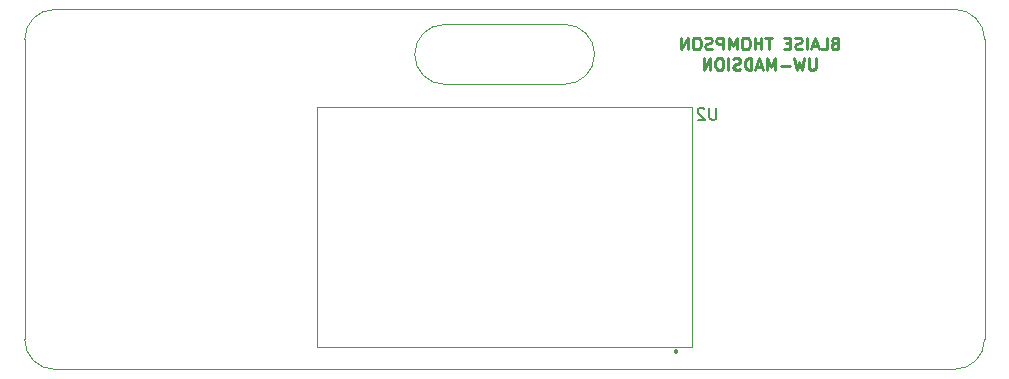
<source format=gbr>
%TF.GenerationSoftware,KiCad,Pcbnew,5.1.8+dfsg1-1+b1*%
%TF.CreationDate,2021-03-05T10:02:30-06:00*%
%TF.ProjectId,driver,64726976-6572-42e6-9b69-6361645f7063,B*%
%TF.SameCoordinates,Original*%
%TF.FileFunction,Legend,Bot*%
%TF.FilePolarity,Positive*%
%FSLAX46Y46*%
G04 Gerber Fmt 4.6, Leading zero omitted, Abs format (unit mm)*
G04 Created by KiCad (PCBNEW 5.1.8+dfsg1-1+b1) date 2021-03-05 10:02:30*
%MOMM*%
%LPD*%
G01*
G04 APERTURE LIST*
%ADD10C,0.250000*%
%TA.AperFunction,Profile*%
%ADD11C,0.100000*%
%TD*%
%ADD12C,0.100000*%
%ADD13C,0.300000*%
%ADD14C,0.150000*%
G04 APERTURE END LIST*
D10*
X154923333Y-81603571D02*
X154780476Y-81651190D01*
X154732857Y-81698809D01*
X154685238Y-81794047D01*
X154685238Y-81936904D01*
X154732857Y-82032142D01*
X154780476Y-82079761D01*
X154875714Y-82127380D01*
X155256666Y-82127380D01*
X155256666Y-81127380D01*
X154923333Y-81127380D01*
X154828095Y-81175000D01*
X154780476Y-81222619D01*
X154732857Y-81317857D01*
X154732857Y-81413095D01*
X154780476Y-81508333D01*
X154828095Y-81555952D01*
X154923333Y-81603571D01*
X155256666Y-81603571D01*
X153780476Y-82127380D02*
X154256666Y-82127380D01*
X154256666Y-81127380D01*
X153494761Y-81841666D02*
X153018571Y-81841666D01*
X153590000Y-82127380D02*
X153256666Y-81127380D01*
X152923333Y-82127380D01*
X152590000Y-82127380D02*
X152590000Y-81127380D01*
X152161428Y-82079761D02*
X152018571Y-82127380D01*
X151780476Y-82127380D01*
X151685238Y-82079761D01*
X151637619Y-82032142D01*
X151590000Y-81936904D01*
X151590000Y-81841666D01*
X151637619Y-81746428D01*
X151685238Y-81698809D01*
X151780476Y-81651190D01*
X151970952Y-81603571D01*
X152066190Y-81555952D01*
X152113809Y-81508333D01*
X152161428Y-81413095D01*
X152161428Y-81317857D01*
X152113809Y-81222619D01*
X152066190Y-81175000D01*
X151970952Y-81127380D01*
X151732857Y-81127380D01*
X151590000Y-81175000D01*
X151161428Y-81603571D02*
X150828095Y-81603571D01*
X150685238Y-82127380D02*
X151161428Y-82127380D01*
X151161428Y-81127380D01*
X150685238Y-81127380D01*
X149637619Y-81127380D02*
X149066190Y-81127380D01*
X149351904Y-82127380D02*
X149351904Y-81127380D01*
X148732857Y-82127380D02*
X148732857Y-81127380D01*
X148732857Y-81603571D02*
X148161428Y-81603571D01*
X148161428Y-82127380D02*
X148161428Y-81127380D01*
X147494761Y-81127380D02*
X147304285Y-81127380D01*
X147209047Y-81175000D01*
X147113809Y-81270238D01*
X147066190Y-81460714D01*
X147066190Y-81794047D01*
X147113809Y-81984523D01*
X147209047Y-82079761D01*
X147304285Y-82127380D01*
X147494761Y-82127380D01*
X147590000Y-82079761D01*
X147685238Y-81984523D01*
X147732857Y-81794047D01*
X147732857Y-81460714D01*
X147685238Y-81270238D01*
X147590000Y-81175000D01*
X147494761Y-81127380D01*
X146637619Y-82127380D02*
X146637619Y-81127380D01*
X146304285Y-81841666D01*
X145970952Y-81127380D01*
X145970952Y-82127380D01*
X145494761Y-82127380D02*
X145494761Y-81127380D01*
X145113809Y-81127380D01*
X145018571Y-81175000D01*
X144970952Y-81222619D01*
X144923333Y-81317857D01*
X144923333Y-81460714D01*
X144970952Y-81555952D01*
X145018571Y-81603571D01*
X145113809Y-81651190D01*
X145494761Y-81651190D01*
X144542380Y-82079761D02*
X144399523Y-82127380D01*
X144161428Y-82127380D01*
X144066190Y-82079761D01*
X144018571Y-82032142D01*
X143970952Y-81936904D01*
X143970952Y-81841666D01*
X144018571Y-81746428D01*
X144066190Y-81698809D01*
X144161428Y-81651190D01*
X144351904Y-81603571D01*
X144447142Y-81555952D01*
X144494761Y-81508333D01*
X144542380Y-81413095D01*
X144542380Y-81317857D01*
X144494761Y-81222619D01*
X144447142Y-81175000D01*
X144351904Y-81127380D01*
X144113809Y-81127380D01*
X143970952Y-81175000D01*
X143351904Y-81127380D02*
X143161428Y-81127380D01*
X143066190Y-81175000D01*
X142970952Y-81270238D01*
X142923333Y-81460714D01*
X142923333Y-81794047D01*
X142970952Y-81984523D01*
X143066190Y-82079761D01*
X143161428Y-82127380D01*
X143351904Y-82127380D01*
X143447142Y-82079761D01*
X143542380Y-81984523D01*
X143590000Y-81794047D01*
X143590000Y-81460714D01*
X143542380Y-81270238D01*
X143447142Y-81175000D01*
X143351904Y-81127380D01*
X142494761Y-82127380D02*
X142494761Y-81127380D01*
X141923333Y-82127380D01*
X141923333Y-81127380D01*
X153328095Y-82877380D02*
X153328095Y-83686904D01*
X153280476Y-83782142D01*
X153232857Y-83829761D01*
X153137619Y-83877380D01*
X152947142Y-83877380D01*
X152851904Y-83829761D01*
X152804285Y-83782142D01*
X152756666Y-83686904D01*
X152756666Y-82877380D01*
X152375714Y-82877380D02*
X152137619Y-83877380D01*
X151947142Y-83163095D01*
X151756666Y-83877380D01*
X151518571Y-82877380D01*
X151137619Y-83496428D02*
X150375714Y-83496428D01*
X149899523Y-83877380D02*
X149899523Y-82877380D01*
X149566190Y-83591666D01*
X149232857Y-82877380D01*
X149232857Y-83877380D01*
X148804285Y-83591666D02*
X148328095Y-83591666D01*
X148899523Y-83877380D02*
X148566190Y-82877380D01*
X148232857Y-83877380D01*
X147899523Y-83877380D02*
X147899523Y-82877380D01*
X147661428Y-82877380D01*
X147518571Y-82925000D01*
X147423333Y-83020238D01*
X147375714Y-83115476D01*
X147328095Y-83305952D01*
X147328095Y-83448809D01*
X147375714Y-83639285D01*
X147423333Y-83734523D01*
X147518571Y-83829761D01*
X147661428Y-83877380D01*
X147899523Y-83877380D01*
X146947142Y-83829761D02*
X146804285Y-83877380D01*
X146566190Y-83877380D01*
X146470952Y-83829761D01*
X146423333Y-83782142D01*
X146375714Y-83686904D01*
X146375714Y-83591666D01*
X146423333Y-83496428D01*
X146470952Y-83448809D01*
X146566190Y-83401190D01*
X146756666Y-83353571D01*
X146851904Y-83305952D01*
X146899523Y-83258333D01*
X146947142Y-83163095D01*
X146947142Y-83067857D01*
X146899523Y-82972619D01*
X146851904Y-82925000D01*
X146756666Y-82877380D01*
X146518571Y-82877380D01*
X146375714Y-82925000D01*
X145947142Y-83877380D02*
X145947142Y-82877380D01*
X145280476Y-82877380D02*
X145090000Y-82877380D01*
X144994761Y-82925000D01*
X144899523Y-83020238D01*
X144851904Y-83210714D01*
X144851904Y-83544047D01*
X144899523Y-83734523D01*
X144994761Y-83829761D01*
X145090000Y-83877380D01*
X145280476Y-83877380D01*
X145375714Y-83829761D01*
X145470952Y-83734523D01*
X145518571Y-83544047D01*
X145518571Y-83210714D01*
X145470952Y-83020238D01*
X145375714Y-82925000D01*
X145280476Y-82877380D01*
X144423333Y-83877380D02*
X144423333Y-82877380D01*
X143851904Y-83877380D01*
X143851904Y-82877380D01*
D11*
X121920000Y-85090000D02*
G75*
G02*
X119380000Y-82550000I0J2540000D01*
G01*
X165100000Y-78740000D02*
X88900000Y-78740000D01*
X119380000Y-82550000D02*
G75*
G02*
X121920000Y-80010000I2540000J0D01*
G01*
X132080000Y-80010000D02*
G75*
G02*
X134620000Y-82550000I0J-2540000D01*
G01*
X134620000Y-82550000D02*
G75*
G02*
X132080000Y-85090000I-2540000J0D01*
G01*
X132080000Y-80010000D02*
X121920000Y-80010000D01*
X132080000Y-85090000D02*
X121920000Y-85090000D01*
X165100000Y-109220000D02*
X88900000Y-109220000D01*
X86360000Y-81280000D02*
X86360000Y-106680000D01*
X167640000Y-106680000D02*
X167640000Y-81280000D01*
X86360000Y-81280000D02*
G75*
G02*
X88900000Y-78740000I2540000J0D01*
G01*
X88900000Y-109220000D02*
G75*
G02*
X86360000Y-106680000I0J2540000D01*
G01*
X167640000Y-106680000D02*
G75*
G02*
X165100000Y-109220000I-2540000J0D01*
G01*
X165100000Y-78740000D02*
G75*
G02*
X167640000Y-81280000I0J-2540000D01*
G01*
D12*
%TO.C,U2*%
X142900000Y-107305000D02*
X142900000Y-87005000D01*
X142900000Y-87005000D02*
X111100000Y-87005000D01*
X111100000Y-87005000D02*
X111100000Y-107305000D01*
X111100000Y-107305000D02*
X142900000Y-107305000D01*
D13*
X141500000Y-107655000D02*
X141500000Y-107655000D01*
X141500000Y-107755000D02*
X141500000Y-107755000D01*
X141500000Y-107655000D02*
G75*
G03*
X141500000Y-107755000I0J-50000D01*
G01*
X141500000Y-107755000D02*
G75*
G03*
X141500000Y-107655000I0J50000D01*
G01*
%TD*%
%TO.C,U2*%
D14*
X144906904Y-87082380D02*
X144906904Y-87891904D01*
X144859285Y-87987142D01*
X144811666Y-88034761D01*
X144716428Y-88082380D01*
X144525952Y-88082380D01*
X144430714Y-88034761D01*
X144383095Y-87987142D01*
X144335476Y-87891904D01*
X144335476Y-87082380D01*
X143906904Y-87177619D02*
X143859285Y-87130000D01*
X143764047Y-87082380D01*
X143525952Y-87082380D01*
X143430714Y-87130000D01*
X143383095Y-87177619D01*
X143335476Y-87272857D01*
X143335476Y-87368095D01*
X143383095Y-87510952D01*
X143954523Y-88082380D01*
X143335476Y-88082380D01*
%TD*%
M02*

</source>
